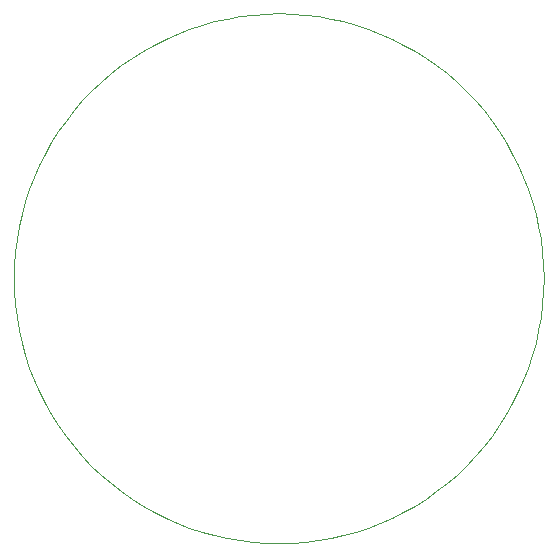
<source format=gbr>
%TF.GenerationSoftware,KiCad,Pcbnew,8.0.5*%
%TF.CreationDate,2025-02-18T11:57:17+00:00*%
%TF.ProjectId,solder_badge_SO,736f6c64-6572-45f6-9261-6467655f534f,v2*%
%TF.SameCoordinates,Original*%
%TF.FileFunction,Profile,NP*%
%FSLAX46Y46*%
G04 Gerber Fmt 4.6, Leading zero omitted, Abs format (unit mm)*
G04 Created by KiCad (PCBNEW 8.0.5) date 2025-02-18 11:57:17*
%MOMM*%
%LPD*%
G01*
G04 APERTURE LIST*
%TA.AperFunction,Profile*%
%ADD10C,0.100000*%
%TD*%
G04 APERTURE END LIST*
D10*
X251427600Y-138109100D02*
X251400000Y-139221200D01*
X206823300Y-141420700D02*
X206687300Y-140325600D01*
X210345200Y-125667700D02*
X210977900Y-124767700D01*
X247659900Y-150550500D02*
X247027200Y-151450700D01*
X221441400Y-116997300D02*
X222480600Y-116653500D01*
X239562300Y-157892300D02*
X238584400Y-158384000D01*
X239562300Y-118326000D02*
X240516100Y-118865400D01*
X247659900Y-125667700D02*
X248246300Y-126595700D01*
X249720600Y-146690900D02*
X249277400Y-147690900D01*
X234468600Y-159857800D02*
X233397900Y-160099300D01*
X219420800Y-158384000D02*
X218442800Y-157892300D01*
X248785800Y-127549400D02*
X249277400Y-128527300D01*
X244053600Y-121485500D02*
X244859400Y-122252300D01*
X250751300Y-132643100D02*
X250992700Y-133713800D01*
X245626200Y-153160300D02*
X244859400Y-153966000D01*
X216561200Y-119451900D02*
X217489000Y-118865400D01*
X224607300Y-160099300D02*
X223536500Y-159857800D01*
X213951400Y-154732900D02*
X213145700Y-153966000D01*
X249720600Y-129527500D02*
X250114400Y-130548100D01*
X217489000Y-157352900D02*
X216561200Y-156766500D01*
X223536500Y-159857800D02*
X222480600Y-159564900D01*
X210977900Y-124767700D02*
X211656000Y-123897100D01*
X251400000Y-136997200D02*
X251427600Y-138109100D01*
X208284600Y-146690900D02*
X207890700Y-145670300D01*
X214790600Y-120762600D02*
X215661000Y-120084500D01*
X251427600Y-138109100D02*
X251427600Y-138109100D01*
X237584300Y-117391100D02*
X238584400Y-117834400D01*
X211656000Y-123897100D02*
X212378900Y-123058100D01*
X209758800Y-149622700D02*
X209219400Y-148668900D01*
X250114400Y-130548100D02*
X250458200Y-131587200D01*
X251181800Y-141420700D02*
X250992700Y-142504600D01*
X250458200Y-131587200D02*
X250751300Y-132643100D01*
X235524600Y-159564900D02*
X234468600Y-159857800D01*
X227890600Y-115711700D02*
X229002600Y-115684100D01*
X243214600Y-120762600D02*
X244053600Y-121485500D01*
X243214600Y-155455700D02*
X242344100Y-156133900D01*
X226786100Y-160424400D02*
X225691100Y-160288500D01*
X211656000Y-152321200D02*
X210977900Y-151450700D01*
X210977900Y-151450700D02*
X210345200Y-150550500D01*
X238584400Y-158384000D02*
X237584300Y-158827100D01*
X231219000Y-160424400D02*
X230114500Y-160506600D01*
X241444000Y-119451900D02*
X242344000Y-120084500D01*
X230114500Y-160506600D02*
X229002600Y-160534100D01*
X250992700Y-142504600D02*
X250751300Y-143575300D01*
X250458200Y-144631100D02*
X250114400Y-145670300D01*
X227890600Y-160506600D02*
X226786100Y-160424400D01*
X244859400Y-122252300D02*
X245626200Y-123058100D01*
X221441400Y-159221100D02*
X220420900Y-158827100D01*
X233397900Y-160099300D02*
X232314000Y-160288500D01*
X244859400Y-153966000D02*
X244053600Y-154732900D01*
X242344100Y-156133900D02*
X241444000Y-156766500D01*
X234468600Y-116360400D02*
X235524600Y-116653500D01*
X219420800Y-117834400D02*
X220420900Y-117391100D01*
X207253900Y-132643100D02*
X207546800Y-131587200D01*
X207890700Y-145670300D02*
X207546800Y-144631100D01*
X207253900Y-143575300D02*
X207012500Y-142504600D01*
X222480600Y-116653500D02*
X223536500Y-116360400D01*
X244053600Y-154732900D02*
X243214600Y-155455700D01*
X220420900Y-117391100D02*
X221441400Y-116997300D01*
X249277400Y-128527300D02*
X249720600Y-129527500D01*
X207012500Y-142504600D02*
X206823300Y-141420700D01*
X235524600Y-116653500D02*
X236563700Y-116997300D01*
X240516100Y-157352900D02*
X239562300Y-157892300D01*
X240516100Y-118865400D02*
X241444000Y-119451900D01*
X222480600Y-159564900D02*
X221441400Y-159221100D01*
X214790600Y-155455700D02*
X213951400Y-154732900D01*
X220420900Y-158827100D02*
X219420800Y-158384000D01*
X218442800Y-157892300D02*
X217489000Y-157352900D01*
X251181800Y-134797700D02*
X251317800Y-135892800D01*
X251317800Y-135892800D02*
X251400000Y-136997200D01*
X206823300Y-134797700D02*
X207012500Y-133713800D01*
X213951400Y-121485500D02*
X214790600Y-120762600D01*
X251400000Y-139221200D02*
X251317800Y-140325600D01*
X245626200Y-123058100D02*
X246349100Y-123897100D01*
X229002600Y-115684100D02*
X230114500Y-115711700D01*
X236563700Y-116997300D02*
X237584300Y-117391100D01*
X230114500Y-115711700D02*
X231219000Y-115793900D01*
X217489000Y-118865400D02*
X218442800Y-118326000D01*
X246349100Y-152321200D02*
X245626200Y-153160300D01*
X250751300Y-143575300D02*
X250458200Y-144631100D01*
X207546800Y-144631100D02*
X207253900Y-143575300D01*
X226786100Y-115793900D02*
X227890600Y-115711700D01*
X225691100Y-160288500D02*
X224607300Y-160099300D01*
X207012500Y-133713800D02*
X207253900Y-132643100D01*
X250992700Y-133713800D02*
X251181800Y-134797700D01*
X241444000Y-156766500D02*
X240516100Y-157352900D01*
X249277400Y-147690900D02*
X248785800Y-148668900D01*
X251317800Y-140325600D02*
X251181800Y-141420700D01*
X215661000Y-156133900D02*
X214790600Y-155455700D01*
X210345200Y-150550500D02*
X209758800Y-149622700D01*
X248785800Y-148668900D02*
X248246300Y-149622700D01*
X207546800Y-131587200D02*
X207890700Y-130548100D01*
X213145700Y-153966000D02*
X212378900Y-153160300D01*
X238584400Y-117834400D02*
X239562300Y-118326000D01*
X242344000Y-120084500D02*
X243214600Y-120762600D01*
X208284600Y-129527500D02*
X208727700Y-128527300D01*
X231219000Y-115793900D02*
X232314000Y-115929900D01*
X215661000Y-120084500D02*
X216561200Y-119451900D01*
X237584300Y-158827100D02*
X236563700Y-159221100D01*
X208727700Y-147690900D02*
X208284600Y-146690900D01*
X236563700Y-159221100D02*
X235524600Y-159564900D01*
X212378900Y-153160300D02*
X211656000Y-152321200D01*
X209758800Y-126595700D02*
X210345200Y-125667700D01*
X206605100Y-136997200D02*
X206687300Y-135892800D01*
X251427600Y-138109100D02*
X251427600Y-138109100D01*
X206577600Y-138109100D02*
X206605100Y-136997200D01*
X250114400Y-145670300D02*
X249720600Y-146690900D01*
X223536500Y-116360400D02*
X224607300Y-116119000D01*
X209219400Y-148668900D02*
X208727700Y-147690900D01*
X248246300Y-126595700D02*
X248785800Y-127549400D01*
X208727700Y-128527300D02*
X209219400Y-127549400D01*
X212378900Y-123058100D02*
X213145700Y-122252300D01*
X232314000Y-160288500D02*
X231219000Y-160424400D01*
X232314000Y-115929900D02*
X233397900Y-116119000D01*
X218442800Y-118326000D02*
X219420800Y-117834400D01*
X225691100Y-115929900D02*
X226786100Y-115793900D01*
X246349100Y-123897100D02*
X247027200Y-124767700D01*
X247027200Y-151450700D02*
X246349100Y-152321200D01*
X233397900Y-116119000D02*
X234468600Y-116360400D01*
X216561200Y-156766500D02*
X215661000Y-156133900D01*
X248246300Y-149622700D02*
X247659900Y-150550500D01*
X247027200Y-124767700D02*
X247659900Y-125667700D01*
X206687300Y-140325600D02*
X206605100Y-139221200D01*
X206687300Y-135892800D02*
X206823300Y-134797700D01*
X224607300Y-116119000D02*
X225691100Y-115929900D01*
X207890700Y-130548100D02*
X208284600Y-129527500D01*
X206605100Y-139221200D02*
X206577600Y-138109100D01*
X229002600Y-160534100D02*
X227890600Y-160506600D01*
X213145700Y-122252300D02*
X213951400Y-121485500D01*
X209219400Y-127549400D02*
X209758800Y-126595700D01*
M02*

</source>
